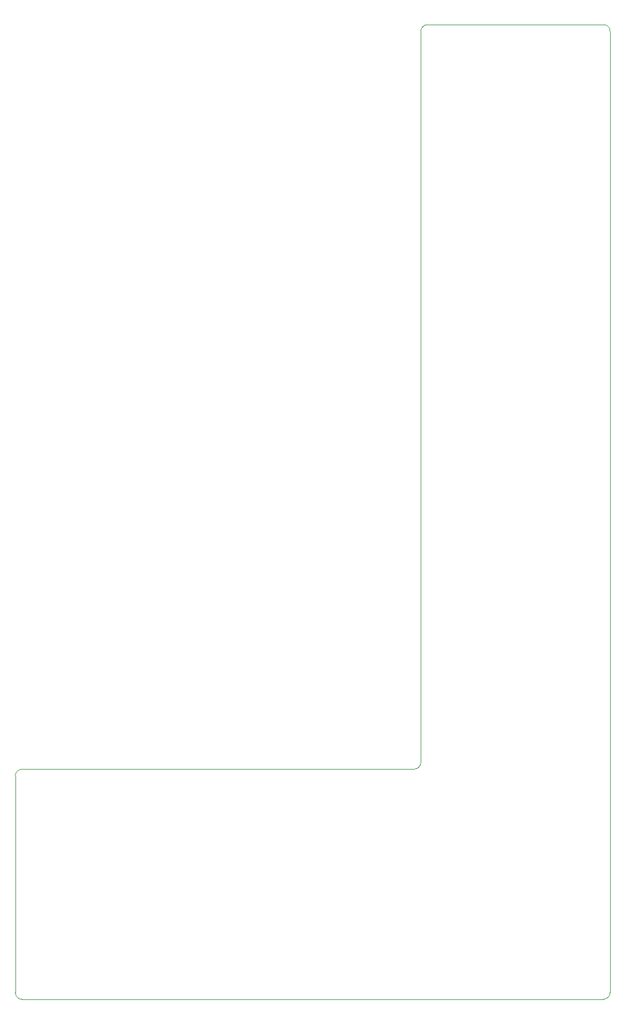
<source format=gbr>
%TF.GenerationSoftware,KiCad,Pcbnew,(6.0.8-1)-1*%
%TF.CreationDate,2022-11-06T16:40:48+01:00*%
%TF.ProjectId,shunt_regulator,7368756e-745f-4726-9567-756c61746f72,rev?*%
%TF.SameCoordinates,Original*%
%TF.FileFunction,Profile,NP*%
%FSLAX46Y46*%
G04 Gerber Fmt 4.6, Leading zero omitted, Abs format (unit mm)*
G04 Created by KiCad (PCBNEW (6.0.8-1)-1) date 2022-11-06 16:40:48*
%MOMM*%
%LPD*%
G01*
G04 APERTURE LIST*
%TA.AperFunction,Profile*%
%ADD10C,0.100000*%
%TD*%
G04 APERTURE END LIST*
D10*
X-29000000Y-20000000D02*
G75*
G03*
X-28000000Y-21000000I999999J-1D01*
G01*
X59000000Y-20000000D02*
X59000000Y122000000D01*
X-28000000Y13000000D02*
X30000000Y13000000D01*
X-28000000Y13000000D02*
G75*
G03*
X-29000000Y12000000I-1J-999999D01*
G01*
X58000000Y-21000000D02*
G75*
G03*
X59000000Y-20000000I0J1000000D01*
G01*
X32000000Y123000000D02*
G75*
G03*
X31000000Y122000000I0J-1000000D01*
G01*
X58000000Y123000000D02*
X32000000Y123000000D01*
X-28000000Y-21000000D02*
X58000000Y-21000000D01*
X31000000Y122000000D02*
X31000000Y14000000D01*
X-29000000Y12000000D02*
X-29000000Y-20000000D01*
X59000000Y122000000D02*
G75*
G03*
X58000000Y123000000I-948900J51100D01*
G01*
X30000000Y13000000D02*
G75*
G03*
X31000000Y14000000I0J1000000D01*
G01*
M02*

</source>
